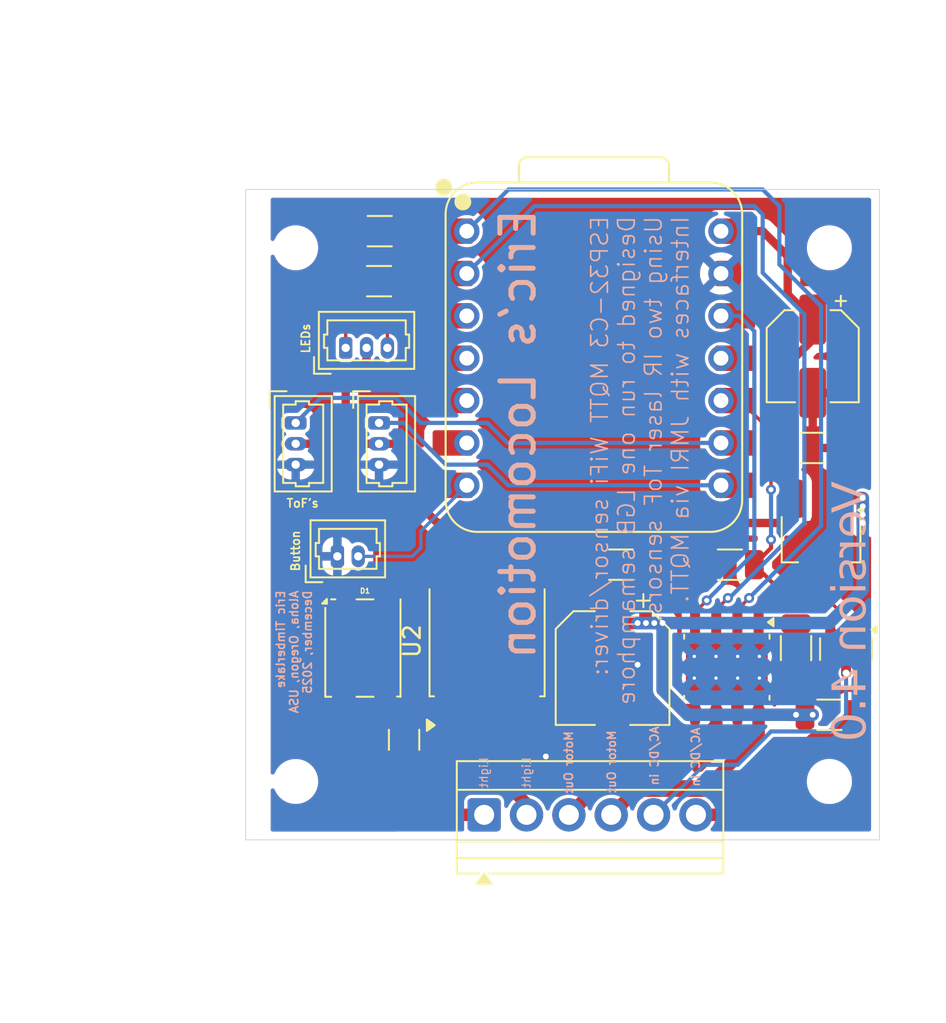
<source format=kicad_pcb>
(kicad_pcb (version 20241229) (generator "pcbnew") (generator_version "9.0")
  (title_block (title "Switch Motor Driver and Direction Sensor") (date "2025-09-07") (rev "3.0"))
  (layers (0 "F.Cu" signal) (2 "B.Cu" signal) (13 "F.Paste" user) (15 "B.Paste" user) (5 "F.SilkS" user "F.Silkscreen") (7 "B.SilkS" user "B.Silkscreen") (1 "F.Mask" user) (3 "B.Mask" user) (25 "Edge.Cuts" user))
  (net 0 "")
  (net 1 "GND")
  (net 2 "+5V")
  (net 3 "+18V")
  (net 4 "AC1")
  (net 5 "RAWDC")
  (net 6 "PAC1")
  (net 7 "AC2")
  (net 8 "3.3v")
  (net 9 "Net-(U3-GPIO4{slash}A2{slash}D2)")
  (net 10 "Net-(U3-GPIO5{slash}A3{slash}D3)")
  (net 11 "Net-(U4-IPROPI)")
  (net 12 "FET switch")
  (net 15 "Net-(Q1-G)")
  (net 20 "Net-(J4-Pin_1)")
  (net 21 "Net-(J4-Pin_3)")
  (net 22 "Net-(J5-Pin_2)")
  (net 23 "TOF1")
  (net 24 "Motor OUT1")
  (net 25 "Motor OUT2")
  (net 26 "TOF2")
  (net 27 "Motor IN2")
  (net 28 "Motor IN1")
  (net 29 "Net-(J2-Pin_6)")
  (net 30 "Motot OUT1")
  (footprint "Connector_Molex:Molex_PicoBlade_53047-0310_1x03_P1.25mm_Vertical" (layer "F.Cu") (at 157 63.5 -90)
    (property "Reference" "J3" (hide yes))
    (property "Value" "Conn_01x03" (hide yes))
    (fp_line (start -1.9 1.55) (end -0.9 1.55) (stroke (width 0.12)) (layer "F.SilkS"))
    (fp_line (start -1.9 1.55) (end -1.9 0.55) (stroke (width 0.12)) (layer "F.SilkS"))
    (fp_line (start -1.61 1.26) (end 4.11 1.26) (stroke (width 0.12)) (layer "F.SilkS"))
    (fp_line (start 4.11 1.26) (end 4.11 -2.16) (stroke (width 0.12)) (layer "F.SilkS"))
    (fp_line (start -1.1 0.75) (end -1.1 0) (stroke (width 0.12)) (layer "F.SilkS"))
    (fp_line (start 1.25 0.75) (end -1.1 0.75) (stroke (width 0.12)) (layer "F.SilkS"))
    (fp_line (start 1.25 0.75) (end 3.6 0.75) (stroke (width 0.12)) (layer "F.SilkS"))
    (fp_line (start 3.6 0.75) (end 3.6 0) (stroke (width 0.12)) (layer "F.SilkS"))
    (fp_line (start -1.3 0) (end -1.3 -0.8) (stroke (width 0.12)) (layer "F.SilkS"))
    (fp_line (start -1.1 0) (end -1.3 0) (stroke (width 0.12)) (layer "F.SilkS"))
    (fp_line (start 3.6 0) (end 3.8 0) (stroke (width 0.12)) (layer "F.SilkS"))
    (fp_line (start 3.8 0) (end 3.8 -0.8) (stroke (width 0.12)) (layer "F.SilkS"))
    (fp_line (start -1.3 -0.8) (end -1.1 -0.8) (stroke (width 0.12)) (layer "F.SilkS"))
    (fp_line (start -1.1 -0.8) (end -1.1 -1.65) (stroke (width 0.12)) (layer "F.SilkS"))
    (fp_line (start 3.6 -0.8) (end 3.6 -1.65) (stroke (width 0.12)) (layer "F.SilkS"))
    (fp_line (start 3.8 -0.8) (end 3.6 -0.8) (stroke (width 0.12)) (layer "F.SilkS"))
    (fp_line (start -1.1 -1.65) (end 1.25 -1.65) (stroke (width 0.12)) (layer "F.SilkS"))
    (fp_line (start 3.6 -1.65) (end 1.25 -1.65) (stroke (width 0.12)) (layer "F.SilkS"))
    (fp_line (start -1.61 -2.16) (end -1.61 1.26) (stroke (width 0.12)) (layer "F.SilkS"))
    (fp_line (start 4.11 -2.16) (end -1.61 -2.16) (stroke (width 0.12)) (layer "F.SilkS"))
    (pad "1" thru_hole roundrect (at 0 0 270) (size 0.8 1.3) (drill 0.5) (layers "*.Cu" "*.Mask") (net 26 "TOF2"))
    (pad "2" thru_hole oval (at 1.25 0 270) (size 0.8 1.3) (drill 0.5) (layers "*.Cu" "*.Mask") (net 2 "+5V"))
    (pad "3" thru_hole oval (at 2.5 0 270) (size 0.8 1.3) (drill 0.5) (layers "*.Cu" "*.Mask") (net 1 "GND"))
  )
  (footprint "Connector_Molex:Molex_PicoBlade_53047-0210_1x02_P1.25mm_Vertical" (layer "F.Cu") (at 159.5 71.5)
    (property "Reference" "J5" (hide yes))
    (property "Value" "Conn_01x02" (hide yes))
    (fp_line (start -1.9 1.55) (end -1.9 0.55) (stroke (width 0.12)) (layer "F.SilkS"))
    (fp_line (start -1.9 1.55) (end -0.9 1.55) (stroke (width 0.12)) (layer "F.SilkS"))
    (fp_line (start -1.61 -2.16) (end -1.61 1.26) (stroke (width 0.12)) (layer "F.SilkS"))
    (fp_line (start -1.61 1.26) (end 2.86 1.26) (stroke (width 0.12)) (layer "F.SilkS"))
    (fp_line (start -1.3 -0.8) (end -1.1 -0.8) (stroke (width 0.12)) (layer "F.SilkS"))
    (fp_line (start -1.3 0) (end -1.3 -0.8) (stroke (width 0.12)) (layer "F.SilkS"))
    (fp_line (start -1.1 -1.65) (end 0.625 -1.65) (stroke (width 0.12)) (layer "F.SilkS"))
    (fp_line (start -1.1 -0.8) (end -1.1 -1.65) (stroke (width 0.12)) (layer "F.SilkS"))
    (fp_line (start -1.1 0) (end -1.3 0) (stroke (width 0.12)) (layer "F.SilkS"))
    (fp_line (start -1.1 0.75) (end -1.1 0) (stroke (width 0.12)) (layer "F.SilkS"))
    (fp_line (start 0.625 0.75) (end -1.1 0.75) (stroke (width 0.12)) (layer "F.SilkS"))
    (fp_line (start 0.625 0.75) (end 2.35 0.75) (stroke (width 0.12)) (layer "F.SilkS"))
    (fp_line (start 2.35 -1.65) (end 0.625 -1.65) (stroke (width 0.12)) (layer "F.SilkS"))
    (fp_line (start 2.35 -0.8) (end 2.35 -1.65) (stroke (width 0.12)) (layer "F.SilkS"))
    (fp_line (start 2.35 0) (end 2.55 0) (stroke (width 0.12)) (layer "F.SilkS"))
    (fp_line (start 2.35 0.75) (end 2.35 0) (stroke (width 0.12)) (layer "F.SilkS"))
    (fp_line (start 2.55 -0.8) (end 2.35 -0.8) (stroke (width 0.12)) (layer "F.SilkS"))
    (fp_line (start 2.55 0) (end 2.55 -0.8) (stroke (width 0.12)) (layer "F.SilkS"))
    (fp_line (start 2.86 -2.16) (end -1.61 -2.16) (stroke (width 0.12)) (layer "F.SilkS"))
    (fp_line (start 2.86 1.26) (end 2.86 -2.16) (stroke (width 0.12)) (layer "F.SilkS"))
    (pad "1" thru_hole roundrect (at 0 0) (size 0.8 1.3) (drill 0.5) (layers "*.Cu" "*.Mask") (net 1 "GND"))
    (pad "2" thru_hole oval (at 1.25 0) (size 0.8 1.3) (drill 0.5) (layers "*.Cu" "*.Mask") (net 22 "Net-(J5-Pin_2)"))
  )
  (footprint "Fuse:Fuse_1206_3216Metric" (layer "F.Cu") (at 163.5 82.5 -90)
    (property "Reference" "F2" (hide yes))
    (property "Value" "250 ma poly fuse" (hide yes))
    (fp_line (start -0.602064 0.91) (end 0.602064 0.91) (stroke (width 0.12)) (layer "F.SilkS"))
    (fp_line (start -0.602064 -0.91) (end 0.602064 -0.91) (stroke (width 0.12)) (layer "F.SilkS"))
    (pad "1" smd roundrect (at -1.4 0 270) (size 1.25 1.75) (layers "F.Cu" "F.Mask" "F.Paste") (roundrect_rratio 0.2) (net 6 "PAC1"))
    (pad "2" smd roundrect (at 1.4 0 270) (size 1.25 1.75) (layers "F.Cu" "F.Mask" "F.Paste") (roundrect_rratio 0.2) (net 4 "AC1"))
  )
  (footprint "Capacitor_SMD:C_1206_3216Metric" (layer "F.Cu") (at 176.5 72 180)
    (property "Reference" "C4" (hide yes))
    (property "Value" ".1uf" (hide yes))
    (fp_line (start -0.711252 0.91) (end 0.711252 0.91) (stroke (width 0.12)) (layer "F.SilkS"))
    (fp_line (start -0.711252 -0.91) (end 0.711252 -0.91) (stroke (width 0.12)) (layer "F.SilkS"))
    (pad "1" smd roundrect (at -1.475 0 180) (size 1.15 1.8) (layers "F.Cu" "F.Mask" "F.Paste") (roundrect_rratio 0.217391) (net 3 "+18V"))
    (pad "2" smd roundrect (at 1.475 0 180) (size 1.15 1.8) (layers "F.Cu" "F.Mask" "F.Paste") (roundrect_rratio 0.217391) (net 1 "GND"))
  )
  (footprint "Capacitor_SMD:C_1206_3216Metric" (layer "F.Cu") (at 188 65)
    (property "Reference" "C3" (hide yes))
    (property "Value" ".1uf")
    (fp_line (start -0.711252 -0.91) (end 0.711252 -0.91) (stroke (width 0.12)) (layer "F.SilkS"))
    (fp_line (start -0.711252 0.91) (end 0.711252 0.91) (stroke (width 0.12)) (layer "F.SilkS"))
    (pad "1" smd roundrect (at -1.475 0) (size 1.15 1.8) (layers "F.Cu" "F.Mask" "F.Paste") (roundrect_rratio 0.217391) (net 2 "+5V"))
    (pad "2" smd roundrect (at 1.475 0) (size 1.15 1.8) (layers "F.Cu" "F.Mask" "F.Paste") (roundrect_rratio 0.217391) (net 1 "GND"))
  )
  (footprint "Capacitor_SMD:CP_Elec_5x4.4" (layer "F.Cu") (at 188 59.5 -90)
    (property "Reference" "C1" (hide yes))
    (property "Value" "10uf @ 10v" (hide yes))
    (fp_line (start -1.695563 2.76) (end 2.76 2.76) (stroke (width 0.12)) (layer "F.SilkS"))
    (fp_line (start 2.76 2.76) (end 2.76 1.06) (stroke (width 0.12)) (layer "F.SilkS"))
    (fp_line (start -2.76 1.695563) (end -1.695563 2.76) (stroke (width 0.12)) (layer "F.SilkS"))
    (fp_line (start -2.76 1.695563) (end -2.76 1.06) (stroke (width 0.12)) (layer "F.SilkS"))
    (fp_line (start -3.625 -1.685) (end -3 -1.685) (stroke (width 0.12)) (layer "F.SilkS"))
    (fp_line (start -2.76 -1.695563) (end -2.76 -1.06) (stroke (width 0.12)) (layer "F.SilkS"))
    (fp_line (start -2.76 -1.695563) (end -1.695563 -2.76) (stroke (width 0.12)) (layer "F.SilkS"))
    (fp_line (start -3.3125 -1.9975) (end -3.3125 -1.3725) (stroke (width 0.12)) (layer "F.SilkS"))
    (fp_line (start -1.695563 -2.76) (end 2.76 -2.76) (stroke (width 0.12)) (layer "F.SilkS"))
    (fp_line (start 2.76 -2.76) (end 2.76 -1.06) (stroke (width 0.12)) (layer "F.SilkS"))
    (pad "1" smd roundrect (at -2.2 0 270) (size 3 1.6) (layers "F.Cu" "F.Mask" "F.Paste") (roundrect_rratio 0.15625) (net 2 "+5V"))
    (pad "2" smd roundrect (at 2.2 0 270) (size 3 1.6) (layers "F.Cu" "F.Mask" "F.Paste") (roundrect_rratio 0.15625) (net 1 "GND"))
  )
  (footprint "Resistor_SMD:R_1206_3216Metric" (layer "F.Cu") (at 162.0375 52)
    (property "Reference" "R1" (hide yes))
    (property "Value" "100" (hide yes))
    (fp_line (start -0.727064 -0.91) (end 0.727064 -0.91) (stroke (width 0.12)) (layer "F.SilkS"))
    (fp_line (start -0.727064 0.91) (end 0.727064 0.91) (stroke (width 0.12)) (layer "F.SilkS"))
    (pad "1" smd roundrect (at -1.4625 0) (size 1.125 1.75) (layers "F.Cu" "F.Mask" "F.Paste") (roundrect_rratio 0.222222) (net 20 "Net-(J4-Pin_1)"))
    (pad "2" smd roundrect (at 1.4625 0) (size 1.125 1.75) (layers "F.Cu" "F.Mask" "F.Paste") (roundrect_rratio 0.222222) (net 9 "Net-(U3-GPIO4{slash}A2{slash}D2)"))
  )
  (footprint "Resistor_SMD:R_1206_3216Metric" (layer "F.Cu") (at 162 55)
    (property "Reference" "R2" (hide yes))
    (property "Value" "150" (hide yes))
    (fp_line (start -0.727064 -0.91) (end 0.727064 -0.91) (stroke (width 0.12)) (layer "F.SilkS"))
    (fp_line (start -0.727064 0.91) (end 0.727064 0.91) (stroke (width 0.12)) (layer "F.SilkS"))
    (pad "1" smd roundrect (at -1.4625 0) (size 1.125 1.75) (layers "F.Cu" "F.Mask" "F.Paste") (roundrect_rratio 0.222222) (net 21 "Net-(J4-Pin_3)"))
    (pad "2" smd roundrect (at 1.4625 0) (size 1.125 1.75) (layers "F.Cu" "F.Mask" "F.Paste") (roundrect_rratio 0.222222) (net 10 "Net-(U3-GPIO5{slash}A3{slash}D3)"))
  )
  (footprint "Diode_SMD:Diode_Bridge_Bourns_-CD-HD0x" (layer "F.Cu") (at 162.9355 80.175)
    (property "Reference" "D1" (at -1.778 -6.604 0) (layer "F.SilkS") (effects (font (size 0.3 0.3) (thickness 0.075) (bold yes))))
    (property "Value" "CD-HD01" (hide yes))
    (fp_line (start -4.16 -5.588) (end -4.16 -0.254) (stroke (width 0.12)) (layer "F.SilkS"))
    (fp_line (start -4.16 -0.254) (end -3.81 -0.254) (stroke (width 0.12)) (layer "F.SilkS"))
    (fp_line (start -3.81 -6.096) (end -3.556 -6.096) (stroke (width 0.12)) (layer "F.SilkS"))
    (fp_line (start -2.286 -6.096) (end -1.27 -6.096) (stroke (width 0.12)) (layer "F.SilkS"))
    (fp_line (start -2.286 -0.254) (end -1.27 -0.254) (stroke (width 0.12)) (layer "F.SilkS"))
    (fp_line (start 0.144204 -0.267175) (end 0.357233 -0.267175) (stroke (width 0.12)) (layer "F.SilkS"))
    (fp_line (start 0.350097 -6.096) (end 0.350097 -0.254) (stroke (width 0.12)) (layer "F.SilkS"))
    (fp_poly (pts (xy -4.064 -5.842) (xy -4.344 -5.842) (xy -4.064 -6.122) (xy -4.064 -5.842)) (stroke (width 0.12)) (fill yes) (layer "F.SilkS"))
    (pad "1" smd rect (at -3.048 -6.096) (size 1 1.2) (layers "F.Cu" "F.Mask" "F.Paste") (net 5 "RAWDC"))
    (pad "2" smd rect (at -0.508 -6.096) (size 1 1.2) (layers "F.Cu" "F.Mask" "F.Paste") (net 1 "GND"))
    (pad "3" smd rect (at -0.508 -0.254) (size 1 1.2) (layers "F.Cu" "F.Mask" "F.Paste") (net 6 "PAC1"))
    (pad "4" smd rect (at -3.028 -0.254) (size 1 1.2) (layers "F.Cu" "F.Mask" "F.Paste") (net 7 "AC2"))
  )
  (footprint "Package_TO_SOT_SMD:SOT-89-3_Handsoldering" (layer "F.Cu") (at 188.5 70.5 -90)
    (property "Reference" "U1" (hide yes))
    (property "Value" "AP2205-50Y-13" (hide yes))
    (fp_line (start 1.36 2.36) (end -1.36 2.36) (stroke (width 0.12)) (layer "F.SilkS"))
    (fp_line (start 1.36 1.38) (end 1.36 2.36) (stroke (width 0.12)) (layer "F.SilkS"))
    (fp_line (start 1.36 -1.38) (end 1.36 -2.36) (stroke (width 0.12)) (layer "F.SilkS"))
    (fp_line (start -1.36 -2.36) (end 1.36 -2.36) (stroke (width 0.12)) (layer "F.SilkS"))
    (fp_line (start -1.22 -2.36) (end 1.36 -2.36) (stroke (width 0.12)) (layer "F.SilkS"))
    (fp_poly (pts (xy -1.77 -2.21) (xy -2.01 -2.54) (xy -1.53 -2.54) (xy -1.77 -2.21)) (stroke (width 0.12)) (fill yes) (layer "F.SilkS"))
    (pad "1" smd roundrect (at -2.45 -1.5 270) (size 2.3 0.9) (layers "F.Cu" "F.Mask" "F.Paste") (net 3 "+18V"))
    (pad "2" smd custom (at -2.3625 0 270) (size 2.475 0.9) (layers "F.Cu" "F.Mask" "F.Paste") (net 1 "GND") (options (clearance outline) (anchor rect)) (primitives (gr_poly (pts (xy 5.3625 0.8665) (xy 1.2375 0.8665) (xy 1.2375 -0.8665) (xy 5.3625 -0.8665)) (width 0) (fill yes))))
    (pad "3" smd roundrect (at -2.45 1.5 270) (size 2.3 0.9) (layers "F.Cu" "F.Mask" "F.Paste") (net 2 "+5V"))
  )
  (footprint "Package_SO:SOIC-8-1EP_3.9x4.9mm_P1.27mm_EP2.95x4.9mm_Mask2.71x3.4mm_ThermalVias" (layer "F.Cu") (at 182.85 78.15 -90)
    (property "Reference" "U4" (hide yes))
    (property "Value" "DRV8231ADSG" (hide yes))
    (fp_line (start -1.710584 2.56) (end -1.95 2.56) (stroke (width 0.12)) (layer "F.SilkS"))
    (fp_line (start 1.710584 2.56) (end 1.95 2.56) (stroke (width 0.12)) (layer "F.SilkS"))
    (fp_line (start -1.710584 -2.56) (end -1.95 -2.56) (stroke (width 0.12)) (layer "F.SilkS"))
    (fp_line (start 1.710584 -2.56) (end 1.95 -2.56) (stroke (width 0.12)) (layer "F.SilkS"))
    (fp_poly (pts (xy -2.7 -2.465) (xy -2.94 -2.795) (xy -2.46 -2.795)) (stroke (width 0.12)) (fill yes) (layer "F.SilkS"))
    (pad "1" smd roundrect (at -2.5625 -1.905 270) (size 1.775 0.6) (layers "F.Cu" "F.Mask" "F.Paste") (net 11 "Net-(U4-IPROPI)"))
    (pad "2" smd roundrect (at -2.5625 -0.635 270) (size 1.775 0.6) (layers "F.Cu" "F.Mask" "F.Paste") (net 27 "Motor IN2"))
    (pad "3" smd roundrect (at -2.5625 0.635 270) (size 1.775 0.6) (layers "F.Cu" "F.Mask" "F.Paste") (net 28 "Motor IN1"))
    (pad "4" smd roundrect (at -2.5625 1.905 270) (size 1.775 0.6) (layers "F.Cu" "F.Mask" "F.Paste") (net 8 "3.3v"))
    (pad "5" smd roundrect (at 2.5625 1.905 270) (size 1.775 0.6) (layers "F.Cu" "F.Mask" "F.Paste") (net 3 "+18V"))
    (pad "6" smd roundrect (at 2.5625 0.635 270) (size 1.775 0.6) (layers "F.Cu" "F.Mask" "F.Paste") (net 30 "Motot OUT1"))
    (pad "7" smd roundrect (at 2.5625 -0.635 270) (size 1.775 0.6) (layers "F.Cu" "F.Mask" "F.Paste") (net 1 "GND"))
    (pad "8" smd roundrect (at 2.5625 -1.905 270) (size 1.775 0.6) (layers "F.Cu" "F.Mask" "F.Paste") (net 25 "Motor OUT2"))
    (pad "9" thru_hole circle (at -0.65 -1.95 270) (size 0.5 0.5) (drill 0.2) (property pad_prop_heatsink) (layers "*.Cu") (net 1 "GND"))
    (pad "9" thru_hole circle (at -0.65 -0.65 270) (size 0.5 0.5) (drill 0.2) (property pad_prop_heatsink) (layers "*.Cu") (net 1 "GND"))
    (pad "9" thru_hole circle (at -0.65 0.65 270) (size 0.5 0.5) (drill 0.2) (property pad_prop_heatsink) (layers "*.Cu") (net 1 "GND"))
    (pad "9" thru_hole circle (at -0.65 1.95 270) (size 0.5 0.5) (drill 0.2) (property pad_prop_heatsink) (layers "*.Cu") (net 1 "GND"))
    (pad "9" smd rect (at 0 0 270) (size 1.8 4.4) (property pad_prop_heatsink) (layers "B.Cu") (net 1 "GND"))
    (pad "9" smd rect (at 0 0 270) (size 2.95 4.9) (property pad_prop_heatsink) (layers "F.Cu") (net 1 "GND"))
    (pad "9" thru_hole circle (at 0.65 -1.95 270) (size 0.5 0.5) (drill 0.2) (property pad_prop_heatsink) (layers "*.Cu") (net 1 "GND"))
    (pad "9" thru_hole circle (at 0.65 -0.65 270) (size 0.5 0.5) (drill 0.2) (property pad_prop_heatsink) (layers "*.Cu") (net 1 "GND"))
    (pad "9" thru_hole circle (at 0.65 0.65 270) (size 0.5 0.5) (drill 0.2) (property pad_prop_heatsink) (layers "*.Cu") (net 1 "GND"))
    (pad "9" thru_hole circle (at 0.65 1.95 270) (size 0.5 0.5) (drill 0.2) (property pad_prop_heatsink) (layers "*.Cu") (net 1 "GND"))
  )
  (footprint "MountingHole:MountingHole_2.2mm_M2" (layer "F.Cu") (at 189 85)
    (property "Reference" "H3" (hide yes))
    (property "Value" "MountingHole" (hide yes))
    (pad "" np_thru_hole circle (at 0 0) (size 2.2 2.2) (drill 2.2) (layers "*.Cu" "*.Mask"))
  )
  (footprint "Resistor_SMD:R_1206_3216Metric" (layer "F.Cu") (at 187 77 -90)
    (property "Reference" "R4" (hide yes))
    (property "Value" "0.5 ohms" (hide yes))
    (fp_line (start -0.727064 0.91) (end 0.727064 0.91) (stroke (width 0.12)) (layer "F.SilkS"))
    (fp_line (start -0.727064 -0.91) (end 0.727064 -0.91) (stroke (width 0.12)) (layer "F.SilkS"))
    (pad "1" smd roundrect (at -1.4625 0 270) (size 1.125 1.75) (layers "F.Cu" "F.Mask" "F.Paste") (roundrect_rratio 0.222222) (net 11 "Net-(U4-IPROPI)"))
    (pad "2" smd roundrect (at 1.4625 0 270) (size 1.125 1.75) (layers "F.Cu" "F.Mask" "F.Paste") (roundrect_rratio 0.222222) (net 1 "GND"))
  )
  (footprint "Connector_Molex:Molex_PicoBlade_53047-0310_1x03_P1.25mm_Vertical" (layer "F.Cu") (at 160 59)
    (property "Reference" "J4" (hide yes))
    (property "Value" "Conn_01x03" (hide yes))
    (fp_line (start -1.9 1.55) (end -1.9 0.55) (stroke (width 0.12)) (layer "F.SilkS"))
    (fp_line (start -1.9 1.55) (end -0.9 1.55) (stroke (width 0.12)) (layer "F.SilkS"))
    (fp_line (start -1.61 -2.16) (end -1.61 1.26) (stroke (width 0.12)) (layer "F.SilkS"))
    (fp_line (start -1.61 1.26) (end 4.11 1.26) (stroke (width 0.12)) (layer "F.SilkS"))
    (fp_line (start -1.3 -0.8) (end -1.1 -0.8) (stroke (width 0.12)) (layer "F.SilkS"))
    (fp_line (start -1.3 0) (end -1.3 -0.8) (stroke (width 0.12)) (layer "F.SilkS"))
    (fp_line (start -1.1 -1.65) (end 1.25 -1.65) (stroke (width 0.12)) (layer "F.SilkS"))
    (fp_line (start -1.1 -0.8) (end -1.1 -1.65) (stroke (width 0.12)) (layer "F.SilkS"))
    (fp_line (start -1.1 0) (end -1.3 0) (stroke (width 0.12)) (layer "F.SilkS"))
    (fp_line (start -1.1 0.75) (end -1.1 0) (stroke (width 0.12)) (layer "F.SilkS"))
    (fp_line (start 1.25 0.75) (end -1.1 0.75) (stroke (width 0.12)) (layer "F.SilkS"))
    (fp_line (start 1.25 0.75) (end 3.6 0.75) (stroke (width 0.12)) (layer "F.SilkS"))
    (fp_line (start 3.6 -1.65) (end 1.25 -1.65) (stroke (width 0.12)) (layer "F.SilkS"))
    (fp_line (start 3.6 -0.8) (end 3.6 -1.65) (stroke (width 0.12)) (layer "F.SilkS"))
    (fp_line (start 3.6 0) (end 3.8 0) (stroke (width 0.12)) (layer "F.SilkS"))
    (fp_line (start 3.6 0.75) (end 3.6 0) (stroke (width 0.12)) (layer "F.SilkS"))
    (fp_line (start 3.8 -0.8) (end 3.6 -0.8) (stroke (width 0.12)) (layer "F.SilkS"))
    (fp_line (start 3.8 0) (end 3.8 -0.8) (stroke (width 0.12)) (layer "F.SilkS"))
    (fp_line (start 4.11 -2.16) (end -1.61 -2.16) (stroke (width 0.12)) (layer "F.SilkS"))
    (fp_line (start 4.11 1.26) (end 4.11 -2.16) (stroke (width 0.12)) (layer "F.SilkS"))
    (pad "1" thru_hole roundrect (at 0 0) (size 0.8 1.3) (drill 0.5) (layers "*.Cu" "*.Mask") (net 20 "Net-(J4-Pin_1)"))
    (pad "2" thru_hole oval (at 1.25 0) (size 0.8 1.3) (drill 0.5) (layers "*.Cu" "*.Mask") (net 2 "+5V"))
    (pad "3" thru_hole oval (at 2.5 0) (size 0.8 1.3) (drill 0.5) (layers "*.Cu" "*.Mask") (net 21 "Net-(J4-Pin_3)"))
  )
  (footprint "MountingHole:MountingHole_2.2mm_M2" (layer "F.Cu") (at 157 53)
    (property "Reference" "H1" (hide yes))
    (property "Value" "MountingHole" (hide yes))
    (pad "" np_thru_hole circle (at 0 0) (size 2.2 2.2) (drill 2.2) (layers "*.Cu" "*.Mask"))
  )
  (footprint "Package_TO_SOT_SMD:TO-252-2" (layer "F.Cu") (at 168.475 76.585 90)
    (property "Reference" "U2" (at 0 -4.5 90) (layer "F.SilkS"))
    (property "Value" "L7818")
    (fp_line (start 3.11 -3.45) (end -3.31 -3.45) (stroke (width 0.12)) (layer "F.SilkS"))
    (fp_line (start -3.31 -3.45) (end -3.31 -3.18) (stroke (width 0.12)) (layer "F.SilkS"))
    (fp_line (start 3.11 3.45) (end -3.31 3.45) (stroke (width 0.12)) (layer "F.SilkS"))
    (fp_line (start -3.31 3.45) (end -3.31 3.18) (stroke (width 0.12)) (layer "F.SilkS"))
    (fp_poly (pts (xy -5.04 -3.14) (xy -5.38 -3.61) (xy -4.7 -3.61)) (stroke (width 0.12)) (fill yes) (layer "F.SilkS"))
    (pad "1" smd roundrect (at -5.04 -2.28 90) (size 2.2 1.2) (layers "F.Cu" "F.Mask" "F.Paste") (roundrect_rratio 0.208333) (net 5 "RAWDC"))
    (pad "2" smd roundrect (at 1.26 0 90) (size 6.4 5.8) (layers "F.Cu" "F.Mask") (roundrect_rratio 0.043103) (net 1 "GND"))
    (pad "3" smd roundrect (at -5.04 2.28 90) (size 2.2 1.2) (layers "F.Cu" "F.Mask" "F.Paste") (roundrect_rratio 0.208333) (net 3 "+18V"))
  )
  (footprint "Connector_Molex:Molex_PicoBlade_53047-0310_1x03_P1.25mm_Vertical" (layer "F.Cu") (at 162 63.5 -90)
    (property "Reference" "J1" (hide yes))
    (property "Value" "Conn_01x03" (hide yes))
    (fp_line (start -1.9 1.55) (end -0.9 1.55) (stroke (width 0.12)) (layer "F.SilkS"))
    (fp_line (start -1.9 1.55) (end -1.9 0.55) (stroke (width 0.12)) (layer "F.SilkS"))
    (fp_line (start -1.61 1.26) (end 4.11 1.26) (stroke (width 0.12)) (layer "F.SilkS"))
    (fp_line (start 4.11 1.26) (end 4.11 -2.16) (stroke (width 0.12)) (layer "F.SilkS"))
    (fp_line (start -1.1 0.75) (end -1.1 0) (stroke (width 0.12)) (layer "F.SilkS"))
    (fp_line (start 1.25 0.75) (end -1.1 0.75) (stroke (width 0.12)) (layer "F.SilkS"))
    (fp_line (start 1.25 0.75) (end 3.6 0.75) (stroke (width 0.12)) (layer "F.SilkS"))
    (fp_line (start 3.6 0.75) (end 3.6 0) (stroke (width 0.12)) (layer "F.SilkS"))
    (fp_line (start -1.3 0) (end -1.3 -0.8) (stroke (width 0.12)) (layer "F.SilkS"))
    (fp_line (start -1.1 0) (end -1.3 0) (stroke (width 0.12)) (layer "F.SilkS"))
    (fp_line (start 3.6 0) (end 3.8 0) (stroke (width 0.12)) (layer "F.SilkS"))
    (fp_line (start 3.8 0) (end 3.8 -0.8) (stroke (width 0.12)) (layer "F.SilkS"))
    (fp_line (start -1.3 -0.8) (end -1.1 -0.8) (stroke (width 0.12)) (layer "F.SilkS"))
    (fp_line (start -1.1 -0.8) (end -1.1 -1.65) (stroke (width 0.12)) (layer "F.SilkS"))
    (fp_line (start 3.6 -0.8) (end 3.6 -1.65) (stroke (width 0.12)) (layer "F.SilkS"))
    (fp_line (start 3.8 -0.8) (end 3.6 -0.8) (stroke (width 0.12)) (layer "F.SilkS"))
    (fp_line (start -1.1 -1.65) (end 1.25 -1.65) (stroke (width 0.12)) (layer "F.SilkS"))
    (fp_line (start 3.6 -1.65) (end 1.25 -1.65) (stroke (width 0.12)) (layer "F.SilkS"))
    (fp_line (start -1.61 -2.16) (end -1.61 1.26) (stroke (width 0.12)) (layer "F.SilkS"))
    (fp_line (start 4.11 -2.16) (end -1.61 -2.16) (stroke (width 0.12)) (layer "F.SilkS"))
    (pad "1" thru_hole roundrect (at 0 0 270) (size 0.8 1.3) (drill 0.5) (layers "*.Cu" "*.Mask") (net 23 "TOF1"))
    (pad "2" thru_hole oval (at 1.25 0 270) (size 0.8 1.3) (drill 0.5) (layers "*.Cu" "*.Mask") (net 2 "+5V"))
    (pad "3" thru_hole oval (at 2.5 0 270) (size 0.8 1.3) (drill 0.5) (layers "*.Cu" "*.Mask") (net 1 "GND"))
  )
  (footprint "MountingHole:MountingHole_2.2mm_M2" (layer "F.Cu") (at 189 53)
    (property "Reference" "H2" (hide yes))
    (property "Value" "MountingHole" (hide yes))
    (pad "" np_thru_hole circle (at 0 0) (size 2.2 2.2) (drill 2.2) (layers "*.Cu" "*.Mask"))
  )
  (footprint "Resistor_SMD:R_1206_3216Metric" (layer "F.Cu") (at 189 81 180)
    (property "Reference" "F1" (hide yes))
    (property "Value" "250 ma 30V Poly Fuse" (hide yes))
    (fp_line (start -0.727064 0.91) (end 0.727064 0.91) (stroke (width 0.12)) (layer "F.SilkS"))
    (fp_line (start -0.727064 -0.91) (end 0.727064 -0.91) (stroke (width 0.12)) (layer "F.SilkS"))
    (pad "1" smd roundrect (at -1.4625 0 180) (size 1.125 1.75) (layers "F.Cu" "F.Mask" "F.Paste") (roundrect_rratio 0.222222) (net 29 "Net-(J2-Pin_6)"))
    (pad "2" smd roundrect (at 1.4625 0 180) (size 1.125 1.75) (layers "F.Cu" "F.Mask" "F.Paste") (roundrect_rratio 0.222222) (net 3 "+18V"))
  )
  (footprint "Capacitor_SMD:CP_Elec_6.3x7.7" (layer "F.Cu") (at 176 78.2 -90)
    (property "Reference" "C2" (hide yes))
    (property "Value" "47uf @ 35v" (hide yes))
    (fp_line (start -2.345563 3.41) (end 3.41 3.41) (stroke (width 0.12)) (layer "F.SilkS"))
    (fp_line (start 3.41 3.41) (end 3.41 1.06) (stroke (width 0.12)) (layer "F.SilkS"))
    (fp_line (start -3.41 2.345563) (end -2.345563 3.41) (stroke (width 0.12)) (layer "F.SilkS"))
    (fp_line (start -3.41 2.345563) (end -3.41 1.06) (stroke (width 0.12)) (layer "F.SilkS"))
    (fp_line (start -4.4375 -1.8475) (end -3.65 -1.8475) (stroke (width 0.12)) (layer "F.SilkS"))
    (fp_line (start -4.04375 -2.24125) (end -4.04375 -1.45375) (stroke (width 0.12)) (layer "F.SilkS"))
    (fp_line (start -3.41 -2.345563) (end -3.41 -1.06) (stroke (width 0.12)) (layer "F.SilkS"))
    (fp_line (start -3.41 -2.345563) (end -2.345563 -3.41) (stroke (width 0.12)) (layer "F.SilkS"))
    (fp_line (start -2.345563 -3.41) (end 3.41 -3.41) (stroke (width 0.12)) (layer "F.SilkS"))
    (fp_line (start 3.41 -3.41) (end 3.41 -1.06) (stroke (width 0.12)) (layer "F.SilkS"))
    (pad "1" smd roundrect (at -2.7 0 270) (size 3.5 1.6) (layers "F.Cu" "F.Mask" "F.Paste") (roundrect_rratio 0.15625) (net 3 "+18V"))
    (pad "2" smd roundrect (at 2.7 0 270) (size 3.5 1.6) (layers "F.Cu" "F.Mask" "F.Paste") (roundrect_rratio 0.15625) (net 1 "GND"))
  )
  (footprint "Resistor_SMD:R_1206_3216Metric" (layer "F.Cu") (at 183.0375 72 180)
    (property "Reference" "R3" (hide yes))
    (property "Value" "10k ohms" (hide yes))
    (fp_line (start -0.727064 0.91) (end 0.727064 0.91) (stroke (width 0.12)) (layer "F.SilkS"))
    (fp_line (start -0.727064 -0.91) (end 0.727064 -0.91) (stroke (width 0.12)) (layer "F.SilkS"))
    (pad "1" smd roundrect (at -1.4625 0 180) (size 1.125 1.75) (layers "F.Cu" "F.Mask" "F.Paste") (roundrect_rratio 0.222222) (net 15 "Net-(Q1-G)"))
    (pad "2" smd roundrect (at 1.4625 0 180) (size 1.125 1.75) (layers "F.Cu" "F.Mask" "F.Paste") (roundrect_rratio 0.222222) (net 1 "GND"))
  )
  (footprint "Seeed Studio XIAO Series Library:XIAO-ESP32C3-DIP" (layer "F.Cu") (at 175 59.62)
    (property "Reference" "U3" (hide yes))
    (property "Value" "XIAO-ESP32-C3-DIP")
    (fp_line (start -9.01 8.509) (end -9.01 -8.636) (stroke (width 0.127)) (layer "F.SilkS"))
    (fp_line (start -7.105 10.414) (end 6.865 10.414) (stroke (width 0.127)) (layer "F.SilkS"))
    (fp_line (start -4.615 -10.541) (end -4.611272 -11.551272) (stroke (width 0.127)) (layer "F.SilkS"))
    (fp_line (start -4.111272 -12.051) (end 3.884 -12.051) (stroke (width 0.127)) (layer "F.SilkS"))
    (fp_line (start 4.384 -11.551) (end 4.384 -10.541) (stroke (width 0.127)) (layer "F.SilkS"))
    (fp_line (start 6.865 -10.541) (end -7.105 -10.541) (stroke (width 0.1)) (layer "F.SilkS"))
    (fp_line (start 6.865 -10.541) (end -7.105 -10.541) (stroke (width 0.127)) (layer "F.SilkS"))
    (fp_line (start 8.77 8.509) (end 8.77 -8.636) (stroke (width 0.127)) (layer "F.SilkS"))
    (fp_arc (start -9.01 -8.636) (mid -8.452038 -9.983038) (end -7.105 -10.541) (stroke (width 0.127)) (layer "F.SilkS"))
    (fp_arc (start -7.105 10.414) (mid -8.452038 9.856038) (end -9.01 8.509) (stroke (width 0.127)) (layer "F.SilkS"))
    (fp_arc (start -4.611272 -11.551272) (mid -4.464728 -11.90464) (end -4.111272 -12.051) (stroke (width 0.127)) (layer "F.SilkS"))
    (fp_arc (start 3.884 -12.051) (mid 4.237553 -11.904553) (end 4.384 -11.551) (stroke (width 0.127)) (layer "F.SilkS"))
    (fp_arc (start 6.865 -10.541) (mid 8.212038 -9.983038) (end 8.77 -8.636) (stroke (width 0.127)) (layer "F.SilkS"))
    (fp_arc (start 8.77 8.509) (mid 8.212038 9.856038) (end 6.865 10.414) (stroke (width 0.127)) (layer "F.SilkS"))
    (fp_circle (center -9.12 -10.25) (end -9.12 -10.504) (stroke (width 0.5)) (fill yes) (layer "F.SilkS"))
    (fp_circle (center -7.977 -9.37) (end -7.977 -9.624) (stroke (width 0.5)) (fill yes) (layer "F.SilkS"))
    (pad "1" smd roundrect (at -8.575 -7.62 180) (size 2.432 1.524) (layers "F.Cu" "F.Mask") (roundrect_rratio 0.1) (net 27 "Motor IN2"))
    (pad "1" thru_hole circle (at -7.74 -7.62 180) (size 1.524 1.524) (drill 0.889) (layers "*.Cu" "*.Mask") (net 27 "Motor IN2"))
    (pad "2" smd roundrect (at -8.575 -5.08 180) (size 2.432 1.524) (layers "F.Cu" "F.Mask") (roundrect_rratio 0.1) (net 28 "Motor IN1"))
    (pad "2" thru_hole circle (at -7.74 -5.08 180) (size 1.524 1.524) (drill 0.889) (layers "*.Cu" "*.Mask") (net 28 "Motor IN1"))
    (pad "3" smd roundrect (at -8.575 -2.54 180) (size 2.432 1.524) (layers "F.Cu" "F.Mask") (roundrect_rratio 0.1) (net 9 "Net-(U3-GPIO4{slash}A2{slash}D2)"))
    (pad "3" thru_hole circle (at -7.74 -2.54 180) (size 1.524 1.524) (drill 0.889) (layers "*.Cu" "*.Mask") (net 9 "Net-(U3-GPIO4{slash}A2{slash}D2)"))
    (pad "4" smd roundrect (at -8.575 0 180) (size 2.432 1.524) (layers "F.Cu" "F.Mask") (roundrect_rratio 0.1) (net 10 "Net-(U3-GPIO5{slash}A3{slash}D3)"))
    (pad "4" thru_hole circle (at -7.74 0 180) (size 1.524 1.524) (drill 0.889) (layers "*.Cu" "*.Mask") (net 10 "Net-(U3-GPIO5{slash}A3{slash}D3)"))
    (pad "5" smd roundrect (at -8.575 2.54 180) (size 2.432 1.524) (layers "F.Cu" "F.Mask") (roundrect_rratio 0.1))
    (pad "5" thru_hole circle (at -7.74 2.54 180) (size 1.524 1.524) (drill 0.889) (layers "*.Cu" "*.Mask"))
    (pad "6" smd roundrect (at -8.575 5.08 180) (size 2.432 1.524) (layers "F.Cu" "F.Mask") (roundrect_rratio 0.1))
    (pad "6" thru_hole circle (at -7.74 5.08 180) (size 1.524 1.524) (drill 0.889) (layers "*.Cu" "*.Mask"))
    (pad "7" smd roundrect (at -8.575 7.62 180) (size 2.432 1.524) (layers "F.Cu" "F.Mask") (roundrect_rratio 0.1) (net 22 "Net-(J5-Pin_2)"))
    (pad "7" thru_hole circle (at -7.74 7.62 180) (size 1.524 1.524) (drill 0.889) (layers "*.Cu" "*.Mask") (net 22 "Net-(J5-Pin_2)"))
    (pad "8" thru_hole circle (at 7.5 7.62) (size 1.524 1.524) (drill 0.889) (layers "*.Cu" "*.Mask") (net 23 "TOF1"))
    (pad "8" smd roundrect (at 8.335 7.62) (size 2.432 1.524) (layers "F.Cu" "F.Mask") (roundrect_rratio 0.1) (net 23 "TOF1"))
    (pad "9" thru_hole circle (at 7.5 5.08) (size 1.524 1.524) (drill 0.889) (layers "*.Cu" "*.Mask") (net 26 "TOF2"))
    (pad "9" smd roundrect (at 8.335 5.08) (size 2.432 1.524) (layers "F.Cu" "F.Mask") (roundrect_rratio 0.1) (net 26 "TOF2"))
    (pad "10" thru_hole circle (at 7.5 2.54) (size 1.524 1.524) (drill 0.889) (layers "*.Cu" "*.Mask") (net 15 "Net-(Q1-G)"))
    (pad "10" smd roundrect (at 8.335 2.54) (size 2.432 1.524) (layers "F.Cu" "F.Mask") (roundrect_rratio 0.1) (net 15 "Net-(Q1-G)"))
    (pad "11" thru_hole circle (at 7.5 0) (size 1.524 1.524) (drill 0.889) (layers "*.Cu" "*.Mask"))
    (pad "11" smd roundrect (at 8.335 0) (size 2.432 1.524) (layers "F.Cu" "F.Mask") (roundrect_rratio 0.1))
    (pad "12" thru_hole circle (at 7.5 -2.54) (size 1.524 1.524) (drill 0.889) (layers "*.Cu" "*.Mask") (net 8 "3.3v"))
    (pad "12" smd roundrect (at 8.335 -2.54) (size 2.432 1.524) (layers "F.Cu" "F.Mask") (roundrect_rratio 0.1) (net 8 "3.3v"))
    (pad "13" thru_hole circle (at 7.5 -5.08) (size 1.524 1.524) (drill 0.889) (layers "*.Cu" "*.Mask") (net 1 "GND"))
    (pad "13" smd roundrect (at 8.335 -5.08) (size 2.432 1.524) (layers "F.Cu" "F.Mask") (roundrect_rratio 0.1) (net 1 "GND"))
    (pad "14" thru_hole circle (at 7.5 -7.62) (size 1.524 1.524) (drill 0.889) (layers "*.Cu" "*.Mask") (net 2 "+5V"))
    (pad "14" smd roundrect (at 8.335 -7.62) (size 2.432 1.524) (layers "F.Cu" "F.Mask") (roundrect_rratio 0.1) (net 2 "+5V"))
  )
  (footprint "Package_TO_SOT_SMD:SOT-23" (layer "F.Cu") (at 190 77.0625 -90)
    (property "Reference" "Q1" (hide yes))
    (property "Value" "2N7002K" (hide yes))
    (fp_line (start 0 1.56) (end -0.65 1.56) (stroke (width 0.12)) (layer "F.SilkS"))
    (fp_line (start 0 1.56) (end 0.65 1.56) (stroke (width 0.12)) (layer "F.SilkS"))
    (fp_line (start 0 -1.56) (end -0.65 -1.56) (stroke (width 0.12)) (layer "F.SilkS"))
    (fp_line (start 0 -1.56) (end 0.65 -1.56) (stroke (width 0.12)) (layer "F.SilkS"))
    (fp_poly (pts (xy -1.1625 -1.51) (xy -1.4025 -1.84) (xy -0.9225 -1.84)) (stroke (width 0.12)) (fill yes) (layer "F.SilkS"))
    (pad "1" smd roundrect (at -0.9375 -0.95 270) (size 1.475 0.6) (layers "F.Cu" "F.Mask" "F.Paste") (net 15 "Net-(Q1-G)"))
    (pad "2" smd roundrect (at -0.9375 0.95 270) (size 1.475 0.6) (layers "F.Cu" "F.Mask" "F.Paste") (net 1 "GND"))
    (pad "3" smd roundrect (at 0.9375 0 270) (size 1.475 0.6) (layers "F.Cu" "F.Mask" "F.Paste") (net 12 "FET switch"))
  )
  (footprint "MountingHole:MountingHole_2.2mm_M2" (layer "F.Cu") (at 157 85)
    (property "Reference" "H4" (hide yes))
    (property "Value" "MountingHole" (hide yes))
    (pad "" np_thru_hole circle (at 0 0) (size 2.2 2.2) (drill 2.2) (layers "*.Cu" "*.Mask"))
  )
  (footprint "TerminalBlock:TerminalBlock_Xinya_XY308-2.54-6P_1x06_P2.54mm_Horizontal" (layer "F.Cu") (at 168.3 87)
    (property "Reference" "J2" (hide yes))
    (property "Value" "Screw_Terminal_01x06" (hide yes))
    (fp_line (start -1.64 -3.22) (end 14.34 -3.22) (stroke (width 0.12)) (layer "F.SilkS"))
    (fp_line (start -1.64 -1.5) (end 14.34 -1.5) (stroke (width 0.12)) (layer "F.SilkS"))
    (fp_line (start -1.64 1.6) (end 14.34 1.6) (stroke (width 0.12)) (layer "F.SilkS"))
    (fp_line (start -1.64 2.6) (end 14.34 2.6) (stroke (width 0.12)) (layer "F.SilkS"))
    (fp_line (start -1.64 3.52) (end -1.64 -3.22) (stroke (width 0.12)) (layer "F.SilkS"))
    (fp_line (start -0.3 3.52) (end -1.64 3.52) (stroke (width 0.12)) (layer "F.SilkS"))
    (fp_line (start 14.34 -3.22) (end 14.34 3.52) (stroke (width 0.12)) (layer "F.SilkS"))
    (fp_line (start 14.34 3.52) (end 0.3 3.52) (stroke (width 0.12)) (layer "F.SilkS"))
    (fp_poly (pts (xy 0 3.52) (xy 0.44 4.13) (xy -0.44 4.13)) (stroke (width 0.12)) (fill yes) (layer "F.SilkS"))
    (pad "1" thru_hole roundrect (at 0 0) (size 2 2) (drill 1.2) (layers "*.Cu" "*.Mask") (roundrect_rratio 0.125) (net 7 "AC2"))
    (pad "2" thru_hole circle (at 2.54 0) (size 2 2) (drill 1.2) (layers "*.Cu" "*.Mask") (net 4 "AC1"))
    (pad "3" thru_hole circle (at 5.08 0) (size 2 2) (drill 1.2) (layers "*.Cu" "*.Mask") (net 24 "Motor OUT1"))
    (pad "4" thru_hole circle (at 7.62 0) (size 2 2) (drill 1.2) (layers "*.Cu" "*.Mask") (net 25 "Motor OUT2"))
    (pad "5" thru_hole circle (at 10.16 0) (size 2 2) (drill 1.2) (layers "*.Cu" "*.Mask") (net 12 "FET switch"))
    (pad "6" thru_hole circle (at 12.7 0) (size 2 2) (drill 1.2) (layers "*.Cu" "*.Mask") (net 29 "Net-(J2-Pin_6)"))
  )
  (gr_rect (start 154 49.5) (end 192 88.5) (stroke (width 0.05)) (fill no) (layer "Edge.Cuts"))
  (gr_text "LEDs" (at 157.898206 59.383759 90) (layer "F.SilkS") (effects (font (size 0.5 0.5) (thickness 0.1)) (justify left bottom)))
  (gr_text "ToF's" (at 156.400985 68.608358 0) (layer "F.SilkS") (effects (font (size 0.5 0.5) (thickness 0.1)) (justify left bottom)))
  (gr_text "			" (at 179.5 99.5 90) (layer "F.SilkS") (effects (font (size 1.5 1.5) (thickness 0.2)) (justify left bottom)))
  (gr_text "Button\n" (at 157.286654 72.453947 90) (layer "F.SilkS") (effects (font (size 0.5 0.5) (thickness 0.1)) (justify left bottom)))
  (gr_text "Eric's Locomotion" (at 171.5 50.5 90) (layer "B.SilkS") (effects (font (size 2 2) (thickness 0.3)) (justify left bottom mirror)))
  (gr_text "Motor Out" (at 176.234921 81.882952 90) (layer "B.SilkS") (effects (font (size 0.5 0.5) (thickness 0.1)) (justify left bottom mirror)))
  (gr_text "AC/DC in" (at 181.275185 81.709908 90) (layer "B.SilkS") (effects (font (size 0.5 0.5) (thickness 0.1)) (justify left bottom mirror)))
  (gr_text "Version 4.0" (at 191.5 67 90) (layer "B.SilkS") (effects (font (size 2 2) (thickness 0.1)) (justify left bottom mirror)))
  (gr_text "Eric Timberlake\nAloha, Oregon, USA\nDecember, 2025" (at 158 73.5 90) (layer "B.SilkS") (effects (font (size 0.5 0.5) (thickness 0.1)) (justify left bottom mirror)))
  (gr_text "Motor Out" (at 173.660411 81.925506 90) (layer "B.SilkS") (effects (font (size 0.5 0.5) (thickness 0.1)) (justify left bottom mirror)))
  (gr_text "AC/DC in" (at 178.801563 81.635793 90) (layer "B.SilkS") (effects (font (size 0.5 0.5) (thickness 0.1)) (justify left bottom mirror)))
  (gr_text "ESP32-C3 MQTT WiFi sensor/driver:\nDesigned to run one LGB semamphore\nUsing two IR laser ToF sensors.\nInterfaces with JMRI via MQTT." (at 180.644928 51.025571 90) (layer "B.SilkS") (effects (font (size 1 1) (thickness 0.1)) (justify left bottom mirror)))
  (gr_text "Light" (at 168.57522 83.5 90) (layer "B.SilkS") (effects (font (size 0.5 0.5) (thickness 0.075)) (justify left bottom mirror)))
  (gr_text "Light" (at 171.128454 83.5 90) (layer "B.SilkS") (effects (font (size 0.5 0.5) (thickness 0.075)) (justify left bottom mirror)))
  (segment (start 183.485 78.785) (end 182.85 78.15) (width 0.75) (layer "F.Cu") (net 1))
  (segment (start 183.485 80.7125) (end 183.485 78.785) (width 0.75) (layer "F.Cu") (net 1))
  (segment (start 182.85 78.15) (end 182.2 77.5) (width 0.75) (layer "F.Cu") (net 1))
  (segment (start 183.485 78.785) (end 182.2 77.5) (width 0.75) (layer "F.Cu") (net 1))
  (via (at 172 83.5) (size 0.7) (drill 0.35) (layers "F.Cu" "B.Cu") (net 1))
  (via (at 177.5 78) (size 0.7) (drill 0.35) (layers "F.Cu" "B.Cu") (net 1))
  (segment (start 164 68) (end 164 65.5) (width 0.5) (layer "F.Cu") (net 2))
  (segment (start 186.55 69.5) (end 165.5 69.5) (width 0.5) (layer "F.Cu") (net 2))
  (segment (start 188 58.5) (end 186 60.5) (width 0.5) (layer "F.Cu") (net 2))
  (segment (start 185 52) (end 186.5 53.5) (width 0.5) (layer "F.Cu") (net 2))
  (segment (start 182.5 52) (end 185 52) (width 0.5) (layer "F.Cu") (net 2))
  (segment (start 186.5 53.5) (end 186.5 55.8) (width 0.5) (layer "F.Cu") (net 2))
  (segment (start 161.25 59.75) (end 161.25 59) (width 0.5) (layer "F.Cu") (net 2))
  (segment (start 164 65.5) (end 163.25 64.75) (width 0.5) (layer "F.Cu") (net 2))
  (segment (start 186.5 55.8) (end 188 57.3) (width 0.5) (layer "F.Cu") (net 2))
  (segment (start 186.525 65) (end 186.525 67.575) (width 0.5) (layer "F.Cu") (net 2))
  (segment (start 188 57.3) (end 188 58.5) (width 0.5) (layer "F.Cu") (net 2))
  (segment (start 186 60.5) (end 186 63) (width 0.5) (layer "F.Cu") (net 2))
  (segment (start 163.25 64.75) (end 162 64.75) (width 0.5) (layer "F.Cu") (net 2))
  (segment (start 182.5 52) (end 183.335 52) (width 0.5) (layer "F.Cu") (net 2))
  (segment (start 160 64.75) (end 160 61) (width 0.5) (layer "F.Cu") (net 2))
  (segment (start 186.55 68.5) (end 187 68.05) (width 0.5) (layer "F.Cu") (net 2))
  (segment (start 162 64.75) (end 160 64.75) (width 0.5) (layer "F.Cu") (net 2))
  (segment (start 160 61) (end 161.25 59.75) (width 0.5) (layer "F.Cu") (net 2))
  (segment (start 165.5 69.5) (end 164 68) (width 0.5) (layer "F.Cu") (net 2))
  (segment (start 160 64.75) (end 157 64.75) (width 0.5) (layer "F.Cu") (net 2))
  (segment (start 186.525 63.525) (end 186.525 65) (width 0.5) (layer "F.Cu") (net 2))
  (segment (start 186.55 69.5) (end 186.55 68.5) (width 0.5) (layer "F.Cu") (net 2))
  (segment (start 186 63) (end 186.525 63.525) (width 0.5) (layer "F.Cu") (net 2))
  (segment (start 186.525 67.575) (end 187 68.05) (width 0.5) (layer "F.Cu") (net 2))
  (segment (start 178 75.5) (end 178.5 75.5) (width 0.75) (layer "F.Cu") (net 3))
  (segment (start 188 81) (end 186.5 81) (width 0.75) (layer "F.Cu") (net 3))
  (segment (start 178.5 75.5) (end 179 75.5) (width 0.75) (layer "F.Cu") (net 3))
  (segment (start 174 77.5) (end 176 75.5) (width 0.75) (layer "F.Cu") (net 3))
  (segment (start 179 79.5) (end 180.2125 80.7125) (width 0.75) (layer "F.Cu") (net 3))
  (segment (start 173.375 81.625) (end 173.5 81.5) (width 0.75) (layer "F.Cu") (net 3))
  (segment (start 170.755 81.625) (end 173.375 81.625) (width 0.75) (layer "F.Cu") (net 3))
  (segment (start 177.975 75.475) (end 177.95 75.5) (width 0.75) (layer "F.Cu") (net 3))
  (segment (start 177.975 75.475) (end 178 75.5) (width 0.75) (layer "F.Cu") (net 3))
  (segment (start 173.5 81.5) (end 173.5 77.5) (width 0.75) (layer "F.Cu") (net 3))
  (segment (start 177.95 75.5) (end 177.5 75.5) (width 0.75) (layer "F.Cu") (net 3))
  (segment (start 177.975 72) (end 177.975 75.475) (width 0.75) (layer "F.Cu") (net 3))
  (segment (start 179 75.5) (end 179 79.5) (width 0.75) (layer "F.Cu") (net 3))
  (segment (start 180.2125 80.7125) (end 180.945 80.7125) (width 0.75) (layer "F.Cu") (net 3))
  (segment (start 190.05 68) (end 190 68.05) (width 0.75) (layer "F.Cu") (net 3))
  (segment (start 191 68) (end 190.05 68) (width 0.75) (layer "F.Cu") (net 3))
  (segment (start 191 69.5) (end 191 68) (width 0.75) (layer "F.Cu") (net 3))
  (segment (start 173.5 77.5) (end 174 77.5) (width 0.75) (layer "F.Cu") (net 3))
  (segment (start 177.5 75.5) (end 176 75.5) (width 0.75) (layer "F.Cu") (net 3))
  (via (at 178 75.5) (size 0.7) (drill 0.35) (layers "F.Cu" "B.Cu") (net 3))
  (via (at 191 68.5) (size 0.7) (drill 0.35) (layers "F.Cu" "B.Cu") (net 3))
  (via (at 178.5 75.5) (size 0.7) (drill 0.35) (layers "F.Cu" "B.Cu") (net 3))
  (via (at 191 69.5) (size 0.7) (drill 0.35) (layers "F.Cu" "B.Cu") (net 3))
  (via (at 191 69) (size 0.7) (drill 0.35) (layers "F.Cu" "B.Cu") (net 3))
  (via (at 179 75.5) (size 0.7) (drill 0.35) (layers "F.Cu" "B.Cu") (net 3))
  (via (at 188 81) (size 0.7) (drill 0.35) (layers "F.Cu" "B.Cu") (net 3))
  (via (at 187 81) (size 0.7) (drill 0.35) (layers "F.Cu" "B.Cu") (net 3))
  (via (at 177.5 75.5) (size 0.7) (drill 0.35) (layers "F.Cu" "B.Cu") (net 3))
  (via (at 191 68) (size 0.7) (drill 0.35) (layers "F.Cu" "B.Cu") (net 3))
  (segment (start 191 68.5) (end 191 68) (width 0.75) (layer "B.Cu") (net 3))
  (segment (start 191 69.5) (end 191 69) (width 0.75) (layer "B.Cu") (net 3))
  (segment (start 188 81) (end 180.5 81) (width 0.75) (layer "B.Cu") (net 3))
  (segment (start 191 73.5) (end 191 69.5) (width 0.75) (layer "B.Cu") (net 3))
  (segment (start 177.5 75.5) (end 179 75.5) (width 0.75) (layer "B.Cu") (net 3))
  (segment (start 189 75.5) (end 191 73.5) (width 0.75) (layer "B.Cu") (net 3))
  (segment (start 191 69) (end 191 68.5) (width 0.75) (layer "B.Cu") (net 3))
  (segment (start 179 79.5) (end 179 75.5) (width 0.75) (layer "B.Cu") (net 3))
  (segment (start 180.5 81) (end 179 79.5) (width 0.75) (layer "B.Cu") (net 3))
  (segment (start 179 75.5) (end 189 75.5) (width 0.75) (layer "B.Cu") (net 3))
  (segment (start 170.84 87) (end 170.84 86.34) (width 0.75) (layer "F.Cu") (net 4))
  (segment (start 170.84 86.34) (end 168.4 83.9) (width 0.75) (layer "F.Cu") (net 4))
  (segment (start 168.4 83.9) (end 163.5 83.9) (width 0.75) (layer "F.Cu") (net 4))
  (segment (start 159.8875 74.079) (end 166.195 80.3865) (width 0.75) (layer "F.Cu") (net 5))
  (segment (start 166.195 80.3865) (end 166.195 81.625) (width 0.75) (layer "F.Cu") (net 5))
  (segment (start 163.5 81.1) (end 163.5 80.9935) (width 0.75) (layer "F.Cu") (net 6))
  (segment (start 163.5 80.9935) (end 162.4275 79.921) (width 0.75) (layer "F.Cu") (net 6))
  (segment (start 159.9075 83.4075) (end 159.9075 79.921) (width 0.75) (layer "F.Cu") (net 7))
  (segment (start 163.5 87) (end 159.9075 83.4075) (width 0.75) (layer "F.Cu") (net 7))
  (segment (start 168.3 87) (end 163.5 87) (width 0.75) (layer "F.Cu") (net 7))
  (segment (start 180.945 75.5875) (end 180.945 74.845) (width 0.2) (layer "F.Cu") (net 8))
  (segment (start 180.945 74.845) (end 181.645 74.145) (width 0.2) (layer "F.Cu") (net 8))
  (via (at 181.645 74.145) (size 0.6) (drill 0.3) (layers "F.Cu" "B.Cu") (net 8))
  (segment (start 181.645 74.145) (end 184.5 71.29) (width 0.25) (layer "B.Cu") (net 8))
  (segment (start 184.5 71.29) (end 184.5 58) (width 0.25) (layer "B.Cu") (net 8))
  (segment (start 183.58 57.08) (end 182.5 57.08) (width 0.25) (layer "B.Cu") (net 8))
  (segment (start 184.5 58) (end 183.58 57.08) (width 0.25) (layer "B.Cu") (net 8))
  (segment (start 164.908 55.563) (end 166.425 57.08) (width 0.2) (layer "F.Cu") (net 9))
  (segment (start 164.908 53.408) (end 164.908 55.563) (width 0.2) (layer "F.Cu") (net 9))
  (segment (start 163.5 52) (end 164.908 53.408) (width 0.2) (layer "F.Cu") (net 9))
  (segment (start 166.18237 59.62) (end 163.4625 56.90013) (width 0.2) (layer "F.Cu") (net 10))
  (segment (start 163.4625 56.90013) (end 163.4625 55) (width 0.2) (layer "F.Cu") (net 10))
  (segment (start 167.26 59.62) (end 166.18237 59.62) (width 0.2) (layer "F.Cu") (net 10))
  (segment (start 186.95 75.5875) (end 187 75.5375) (width 0.5) (layer "F.Cu") (net 11))
  (segment (start 184.755 75.5875) (end 186.95 75.5875) (width 0.5) (layer "F.Cu") (net 11))
  (via (at 190 78.5) (size 0.5) (drill 0.4) (layers "F.Cu" "B.Cu") (net 12))
  (segment (start 189 82) (end 190 81) (width 0.25) (layer "B.Cu") (net 12))
  (segment (start 179.98 85.48) (end 180.02 85.48) (width 0.25) (layer "B.Cu") (net 12))
  (segment (start 190 81) (end 190 78.5) (width 0.25) (layer "B.Cu") (net 12))
  (segment (start 181.5 84) (end 183.5 84) (width 0.25) (layer "B.Cu") (net 12))
  (segment (start 183.5 84) (end 185.5 82) (width 0.25) (layer "B.Cu") (net 12))
  (segment (start 179.98 85.48) (end 178.46 87) (width 0.25) (layer "B.Cu") (net 12))
  (segment (start 185.5 82) (end 189 82) (width 0.25) (layer "B.Cu") (net 12))
  (segment (start 180.02 85.48) (end 181.5 84) (width 0.2) (layer "B.Cu") (net 12))
  (segment (start 185.5 67.5) (end 185.5 64) (width 0.2) (layer "F.Cu") (net 15))
  (segment (start 183.66 62.16) (end 182.5 62.16) (width 0.2) (layer "F.Cu") (net 15))
  (segment (start 188.825 74) (end 190.95 76.125) (width 0.2) (layer "F.Cu") (net 15))
  (segment (start 185.5 71) (end 185.5 70.5) (width 0.25) (layer "F.Cu") (net 15))
  (segment (start 186.5 74) (end 188.825 74) (width 0.2) (layer "F.Cu") (net 15))
  (segment (start 186.5 74) (end 184.5 72) (width 0.25) (layer "F.Cu") (net 15))
  (segment (start 184.5 72) (end 185.057351 71.442649) (width 0.25) (layer "F.Cu") (net 15))
  (segment (start 185.5 64) (end 183.66 62.16) (width 0.2) (layer "F.Cu") (net 15))
  (segment (start 184.5 72) (end 185.5 71) (width 0.25) (layer "F.Cu") (net 15))
  (via (at 185.5 70.5) (size 0.6) (drill 0.3) (layers "F.Cu" "B.Cu") (net 15))
  (via (at 185.5 67.5) (size 0.6) (drill 0.3) (layers "F.Cu" "B.Cu") (net 15))
  (segment (start 185.5 70.5) (end 185.5 67.5) (width 0.25) (layer "B.Cu") (net 15))
  (segment (start 159.5 56) (end 159.5 53.075) (width 0.2) (layer "F.Cu") (net 20))
  (segment (start 160 56.5) (end 159.5 56) (width 0.2) (layer "F.Cu") (net 20))
  (segment (start 160 59) (end 160 56.5) (width 0.2) (layer "F.Cu") (net 20))
  (segment (start 159.5 53.075) (end 160.575 52) (width 0.2) (layer "F.Cu") (net 20))
  (segment (start 160.5375 56.0375) (end 162.5 58) (width 0.2) (layer "F.Cu") (net 21))
  (segment (start 162.5 58) (end 162.5 59) (width 0.2) (layer "F.Cu") (net 21))
  (segment (start 160.5375 55) (end 160.5375 56.0375) (width 0.2) (layer "F.Cu") (net 21))
  (segment (start 164.5 71) (end 164 71.5) (width 0.2) (layer "B.Cu") (net 22))
  (segment (start 164.5 70) (end 164.5 71) (width 0.2) (layer "B.Cu") (net 22))
  (segment (start 167.26 67.24) (end 164.5 70) (width 0.2) (layer "B.Cu") (net 22))
  (segment (start 164 71.5) (end 160.75 71.5) (width 0.2) (layer "B.Cu") (net 22))
  (segment (start 182.5 67.24) (end 169.74 67.24) (width 0.25) (layer "B.Cu") (net 23))
  (segment (start 168.5 66) (end 166 66) (width 0.25) (layer "B.Cu") (net 23))
  (segment (start 169.74 67.24) (end 168.5 66) (width 0.25) (layer "B.Cu") (net 23))
  (segment (start 163.5 63.5) (end 162 63.5) (width 0.25) (layer "B.Cu") (net 23))
  (segment (start 166 66) (end 163.5 63.5) (width 0.25) (layer "B.Cu") (net 23))
  (segment (start 174.88 85.5) (end 173.38 87) (width 0.75) (layer "F.Cu") (net 24))
  (segment (start 177 83.5) (end 175 85.5) (width 0.75) (layer "F.Cu") (net 24))
  (segment (start 175 85.5) (end 174.88 85.5) (width 0.75) (layer "F.Cu") (net 24))
  (segment (start 182.215 81.599999) (end 180.314999 83.5) (width 0.75) (layer "F.Cu") (net 24))
  (segment (start 180.314999 83.5) (end 177 83.5) (width 0.75) (layer "F.Cu") (net 24))
  (segment (start 182.215 80.7125) (end 182.215 81.785) (width 0.75) (layer "F.Cu") (net 24))
  (segment (start 182.215 80.7125) (end 182.215 81.599999) (width 0.75) (layer "F.Cu") (net 24))
  (segment (start 181.576 85.424) (end 184.755 82.245) (width 0.75) (layer "F.Cu") (net 25))
  (segment (start 177.731199 85.5) (end 177.807199 85.424) (width 0.75) (layer "F.Cu") (net 25))
  (segment (start 177.42 85.5) (end 177.731199 85.5) (width 0.75) (layer "F.Cu") (net 25))
  (segment (start 184.755 82.245) (end 184.755 80.7125) (width 0.75) (layer "F.Cu") (net 25))
  (segment (start 175.92 87) (end 177.42 85.5) (width 0.75) (layer "F.Cu") (net 25))
  (segment (start 177.807199 85.424) (end 181.576 85.424) (width 1) (layer "F.Cu") (net 25))
  (segment (start 164.5 63.5) (end 163 62) (width 0.25) (layer "B.Cu") (net 26))
  (segment (start 182.5 64.7) (end 169.7 64.7) (width 0.25) (layer "B.Cu") (net 26))
  (segment (start 168.5 63.5) (end 164.5 63.5) (width 0.25) (layer "B.Cu") (net 26))
  (segment (start 169.7 64.7) (end 168.5 63.5) (width 0.25) (layer "B.Cu") (net 26))
  (segment (start 158.5 62) (end 157 63.5) (width 0.25) (layer "B.Cu") (net 26))
  (segment (start 163 62) (end 158.5 62) (width 0.25) (layer "B.Cu") (net 26))
  (segment (start 183.485 74.7) (end 184.185 74) (width 0.2) (layer "F.Cu") (net 27))
  (segment (start 184.185 74) (end 184.185 73.977136) (width 0.25) (layer "F.Cu") (net 27))
  (segment (start 183.485 75.5875) (end 183.485 74.7) (width 0.2) (layer "F.Cu") (net 27))
  (segment (start 184.185 73.977136) (end 184.184655 73.976791) (width 0.25) (layer "F.Cu") (net 27))
  (via (at 184.185 74) (size 0.6) (drill 0.3) (layers "F.Cu" "B.Cu") (net 27))
  (segment (start 188.5 69.685) (end 188.5 56.5) (width 0.25) (layer "B.Cu") (net 27))
  (segment (start 186 50.5) (end 185 49.5) (width 0.25) (layer "B.Cu") (net 27))
  (segment (start 188.5 56.5) (end 186 54) (width 0.25) (layer "B.Cu") (net 27))
  (segment (start 184.185 74) (end 188.5 69.685) (width 0.25) (layer "B.Cu") (net 27))
  (segment (start 185 49.5) (end 169.76 49.5) (width 0.25) (layer "B.Cu") (net 27))
  (segment (start 169.76 49.5) (end 167.26 52) (width 0.25) (layer "B.Cu") (net 27))
  (segment (start 186 54) (end 186 50.5) (width 0.25) (layer "B.Cu") (net 27))
  (segment (start 182.915 74) (end 182.915 73.979446) (width 0.25) (layer "F.Cu") (net 28))
  (segment (start 182.215 75.5875) (end 182.215 74.7) (width 0.2) (layer "F.Cu") (net 28))
  (segment (start 182.215 74.7) (end 182.915 74) (width 0.2) (layer "F.Cu") (net 28))
  (via (at 182.915 74) (size 0.6) (drill 0.3) (layers "F.Cu" "B.Cu") (net 28))
  (segment (start 187.5 57) (end 187.5 69.5) (width 0.25) (layer "B.Cu") (net 28))
  (segment (start 167.26 54.54) (end 171.3 50.5) (width 0.25) (layer "B.Cu") (net 28))
  (segment (start 183 74) (end 182.915 74) (width 0.25) (layer "B.Cu") (net 28))
  (segment (start 184.5 50.5) (end 185 51) (width 0.25) (layer "B.Cu") (net 28))
  (segment (start 185 54.5) (end 187.5 57) (width 0.25) (layer "B.Cu") (net 28))
  (segment (start 171.3 50.5) (end 184.5 50.5) (width 0.25) (layer "B.Cu") (net 28))
  (segment (start 185 51) (end 185 54.5) (width 0.25) (layer "B.Cu") (net 28))
  (segment (start 187.5 69.5) (end 183 74) (width 0.25) (layer "B.Cu") (net 28))
  (segment (start 189.5 82.5) (end 189.5 81.9625) (width 0.75) (layer "F.Cu") (net 29))
  (segment (start 183.5 87) (end 188 82.5) (width 0.75) (layer "F.Cu") (net 29))
  (segment (start 188 82.5) (end 189.5 82.5) (width 0.75) (layer "F.Cu") (net 29))
  (segment (start 189.5 81.9625) (end 190.4625 81) (width 0.75) (layer "F.Cu") (net 29))
  (segment (start 181 87) (end 183.5 87) (width 0.75) (layer "F.Cu") (net 29))
  (zone (net 1) (net_name "GND") (layer "F.Cu") (connect_pads (clearance 0.5)) (min_thickness 0.25) (fill yes (thermal_gap 0.5) (thermal_bridge_width 0.5))
    (polygon (pts (xy 150 47) (xy 196 47) (xy 196 93.5) (xy 150 93.5)))
  )
  (zone (net 1) (net_name "GND") (layer "B.Cu") (connect_pads (clearance 0)) (min_thickness 0.25) (fill yes (thermal_gap 0.5) (thermal_bridge_width 0.5))
    (polygon (pts (xy 151 47) (xy 151 93) (xy 195.5 93) (xy 195.5 47)))
  )
)
</source>
